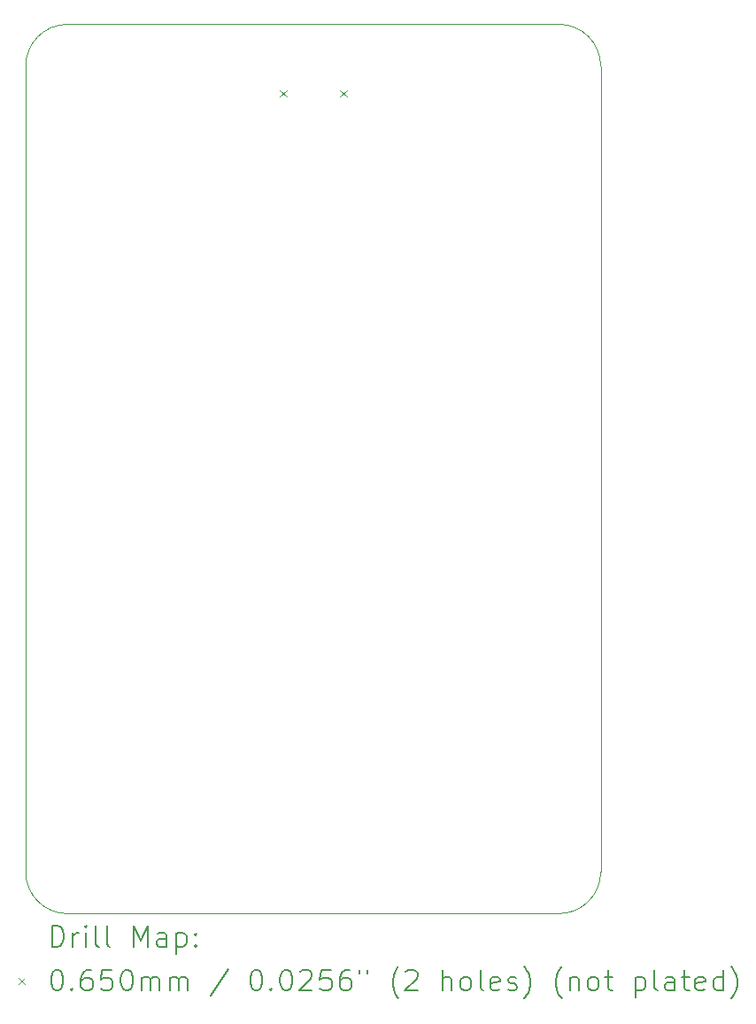
<source format=gbr>
%FSLAX45Y45*%
G04 Gerber Fmt 4.5, Leading zero omitted, Abs format (unit mm)*
G04 Created by KiCad (PCBNEW (6.0.5)) date 2024-07-23 11:03:13*
%MOMM*%
%LPD*%
G01*
G04 APERTURE LIST*
%TA.AperFunction,Profile*%
%ADD10C,0.100000*%
%TD*%
%ADD11C,0.200000*%
%ADD12C,0.065000*%
G04 APERTURE END LIST*
D10*
X17300000Y-14600000D02*
G75*
G03*
X17700000Y-14200000I0J400000D01*
G01*
X17300000Y-6100000D02*
X12600000Y-6100000D01*
X12200000Y-6500000D02*
X12200000Y-14200000D01*
X12600000Y-6100000D02*
G75*
G03*
X12200000Y-6500000I0J-400000D01*
G01*
X17700000Y-14200000D02*
X17700000Y-6500000D01*
X12200000Y-14200000D02*
G75*
G03*
X12600000Y-14600000I400000J0D01*
G01*
X12600000Y-14600000D02*
X17300000Y-14600000D01*
X17700000Y-6500000D02*
G75*
G03*
X17300000Y-6100000I-400000J0D01*
G01*
D11*
D12*
X14628500Y-6727500D02*
X14693500Y-6792500D01*
X14693500Y-6727500D02*
X14628500Y-6792500D01*
X15206500Y-6727500D02*
X15271500Y-6792500D01*
X15271500Y-6727500D02*
X15206500Y-6792500D01*
D11*
X12452619Y-14915476D02*
X12452619Y-14715476D01*
X12500238Y-14715476D01*
X12528809Y-14725000D01*
X12547857Y-14744048D01*
X12557381Y-14763095D01*
X12566905Y-14801190D01*
X12566905Y-14829762D01*
X12557381Y-14867857D01*
X12547857Y-14886905D01*
X12528809Y-14905952D01*
X12500238Y-14915476D01*
X12452619Y-14915476D01*
X12652619Y-14915476D02*
X12652619Y-14782143D01*
X12652619Y-14820238D02*
X12662143Y-14801190D01*
X12671667Y-14791667D01*
X12690714Y-14782143D01*
X12709762Y-14782143D01*
X12776428Y-14915476D02*
X12776428Y-14782143D01*
X12776428Y-14715476D02*
X12766905Y-14725000D01*
X12776428Y-14734524D01*
X12785952Y-14725000D01*
X12776428Y-14715476D01*
X12776428Y-14734524D01*
X12900238Y-14915476D02*
X12881190Y-14905952D01*
X12871667Y-14886905D01*
X12871667Y-14715476D01*
X13005000Y-14915476D02*
X12985952Y-14905952D01*
X12976428Y-14886905D01*
X12976428Y-14715476D01*
X13233571Y-14915476D02*
X13233571Y-14715476D01*
X13300238Y-14858333D01*
X13366905Y-14715476D01*
X13366905Y-14915476D01*
X13547857Y-14915476D02*
X13547857Y-14810714D01*
X13538333Y-14791667D01*
X13519286Y-14782143D01*
X13481190Y-14782143D01*
X13462143Y-14791667D01*
X13547857Y-14905952D02*
X13528809Y-14915476D01*
X13481190Y-14915476D01*
X13462143Y-14905952D01*
X13452619Y-14886905D01*
X13452619Y-14867857D01*
X13462143Y-14848809D01*
X13481190Y-14839286D01*
X13528809Y-14839286D01*
X13547857Y-14829762D01*
X13643095Y-14782143D02*
X13643095Y-14982143D01*
X13643095Y-14791667D02*
X13662143Y-14782143D01*
X13700238Y-14782143D01*
X13719286Y-14791667D01*
X13728809Y-14801190D01*
X13738333Y-14820238D01*
X13738333Y-14877381D01*
X13728809Y-14896428D01*
X13719286Y-14905952D01*
X13700238Y-14915476D01*
X13662143Y-14915476D01*
X13643095Y-14905952D01*
X13824048Y-14896428D02*
X13833571Y-14905952D01*
X13824048Y-14915476D01*
X13814524Y-14905952D01*
X13824048Y-14896428D01*
X13824048Y-14915476D01*
X13824048Y-14791667D02*
X13833571Y-14801190D01*
X13824048Y-14810714D01*
X13814524Y-14801190D01*
X13824048Y-14791667D01*
X13824048Y-14810714D01*
D12*
X12130000Y-15212500D02*
X12195000Y-15277500D01*
X12195000Y-15212500D02*
X12130000Y-15277500D01*
D11*
X12490714Y-15135476D02*
X12509762Y-15135476D01*
X12528809Y-15145000D01*
X12538333Y-15154524D01*
X12547857Y-15173571D01*
X12557381Y-15211667D01*
X12557381Y-15259286D01*
X12547857Y-15297381D01*
X12538333Y-15316428D01*
X12528809Y-15325952D01*
X12509762Y-15335476D01*
X12490714Y-15335476D01*
X12471667Y-15325952D01*
X12462143Y-15316428D01*
X12452619Y-15297381D01*
X12443095Y-15259286D01*
X12443095Y-15211667D01*
X12452619Y-15173571D01*
X12462143Y-15154524D01*
X12471667Y-15145000D01*
X12490714Y-15135476D01*
X12643095Y-15316428D02*
X12652619Y-15325952D01*
X12643095Y-15335476D01*
X12633571Y-15325952D01*
X12643095Y-15316428D01*
X12643095Y-15335476D01*
X12824048Y-15135476D02*
X12785952Y-15135476D01*
X12766905Y-15145000D01*
X12757381Y-15154524D01*
X12738333Y-15183095D01*
X12728809Y-15221190D01*
X12728809Y-15297381D01*
X12738333Y-15316428D01*
X12747857Y-15325952D01*
X12766905Y-15335476D01*
X12805000Y-15335476D01*
X12824048Y-15325952D01*
X12833571Y-15316428D01*
X12843095Y-15297381D01*
X12843095Y-15249762D01*
X12833571Y-15230714D01*
X12824048Y-15221190D01*
X12805000Y-15211667D01*
X12766905Y-15211667D01*
X12747857Y-15221190D01*
X12738333Y-15230714D01*
X12728809Y-15249762D01*
X13024048Y-15135476D02*
X12928809Y-15135476D01*
X12919286Y-15230714D01*
X12928809Y-15221190D01*
X12947857Y-15211667D01*
X12995476Y-15211667D01*
X13014524Y-15221190D01*
X13024048Y-15230714D01*
X13033571Y-15249762D01*
X13033571Y-15297381D01*
X13024048Y-15316428D01*
X13014524Y-15325952D01*
X12995476Y-15335476D01*
X12947857Y-15335476D01*
X12928809Y-15325952D01*
X12919286Y-15316428D01*
X13157381Y-15135476D02*
X13176428Y-15135476D01*
X13195476Y-15145000D01*
X13205000Y-15154524D01*
X13214524Y-15173571D01*
X13224048Y-15211667D01*
X13224048Y-15259286D01*
X13214524Y-15297381D01*
X13205000Y-15316428D01*
X13195476Y-15325952D01*
X13176428Y-15335476D01*
X13157381Y-15335476D01*
X13138333Y-15325952D01*
X13128809Y-15316428D01*
X13119286Y-15297381D01*
X13109762Y-15259286D01*
X13109762Y-15211667D01*
X13119286Y-15173571D01*
X13128809Y-15154524D01*
X13138333Y-15145000D01*
X13157381Y-15135476D01*
X13309762Y-15335476D02*
X13309762Y-15202143D01*
X13309762Y-15221190D02*
X13319286Y-15211667D01*
X13338333Y-15202143D01*
X13366905Y-15202143D01*
X13385952Y-15211667D01*
X13395476Y-15230714D01*
X13395476Y-15335476D01*
X13395476Y-15230714D02*
X13405000Y-15211667D01*
X13424048Y-15202143D01*
X13452619Y-15202143D01*
X13471667Y-15211667D01*
X13481190Y-15230714D01*
X13481190Y-15335476D01*
X13576428Y-15335476D02*
X13576428Y-15202143D01*
X13576428Y-15221190D02*
X13585952Y-15211667D01*
X13605000Y-15202143D01*
X13633571Y-15202143D01*
X13652619Y-15211667D01*
X13662143Y-15230714D01*
X13662143Y-15335476D01*
X13662143Y-15230714D02*
X13671667Y-15211667D01*
X13690714Y-15202143D01*
X13719286Y-15202143D01*
X13738333Y-15211667D01*
X13747857Y-15230714D01*
X13747857Y-15335476D01*
X14138333Y-15125952D02*
X13966905Y-15383095D01*
X14395476Y-15135476D02*
X14414524Y-15135476D01*
X14433571Y-15145000D01*
X14443095Y-15154524D01*
X14452619Y-15173571D01*
X14462143Y-15211667D01*
X14462143Y-15259286D01*
X14452619Y-15297381D01*
X14443095Y-15316428D01*
X14433571Y-15325952D01*
X14414524Y-15335476D01*
X14395476Y-15335476D01*
X14376428Y-15325952D01*
X14366905Y-15316428D01*
X14357381Y-15297381D01*
X14347857Y-15259286D01*
X14347857Y-15211667D01*
X14357381Y-15173571D01*
X14366905Y-15154524D01*
X14376428Y-15145000D01*
X14395476Y-15135476D01*
X14547857Y-15316428D02*
X14557381Y-15325952D01*
X14547857Y-15335476D01*
X14538333Y-15325952D01*
X14547857Y-15316428D01*
X14547857Y-15335476D01*
X14681190Y-15135476D02*
X14700238Y-15135476D01*
X14719286Y-15145000D01*
X14728809Y-15154524D01*
X14738333Y-15173571D01*
X14747857Y-15211667D01*
X14747857Y-15259286D01*
X14738333Y-15297381D01*
X14728809Y-15316428D01*
X14719286Y-15325952D01*
X14700238Y-15335476D01*
X14681190Y-15335476D01*
X14662143Y-15325952D01*
X14652619Y-15316428D01*
X14643095Y-15297381D01*
X14633571Y-15259286D01*
X14633571Y-15211667D01*
X14643095Y-15173571D01*
X14652619Y-15154524D01*
X14662143Y-15145000D01*
X14681190Y-15135476D01*
X14824048Y-15154524D02*
X14833571Y-15145000D01*
X14852619Y-15135476D01*
X14900238Y-15135476D01*
X14919286Y-15145000D01*
X14928809Y-15154524D01*
X14938333Y-15173571D01*
X14938333Y-15192619D01*
X14928809Y-15221190D01*
X14814524Y-15335476D01*
X14938333Y-15335476D01*
X15119286Y-15135476D02*
X15024048Y-15135476D01*
X15014524Y-15230714D01*
X15024048Y-15221190D01*
X15043095Y-15211667D01*
X15090714Y-15211667D01*
X15109762Y-15221190D01*
X15119286Y-15230714D01*
X15128809Y-15249762D01*
X15128809Y-15297381D01*
X15119286Y-15316428D01*
X15109762Y-15325952D01*
X15090714Y-15335476D01*
X15043095Y-15335476D01*
X15024048Y-15325952D01*
X15014524Y-15316428D01*
X15300238Y-15135476D02*
X15262143Y-15135476D01*
X15243095Y-15145000D01*
X15233571Y-15154524D01*
X15214524Y-15183095D01*
X15205000Y-15221190D01*
X15205000Y-15297381D01*
X15214524Y-15316428D01*
X15224048Y-15325952D01*
X15243095Y-15335476D01*
X15281190Y-15335476D01*
X15300238Y-15325952D01*
X15309762Y-15316428D01*
X15319286Y-15297381D01*
X15319286Y-15249762D01*
X15309762Y-15230714D01*
X15300238Y-15221190D01*
X15281190Y-15211667D01*
X15243095Y-15211667D01*
X15224048Y-15221190D01*
X15214524Y-15230714D01*
X15205000Y-15249762D01*
X15395476Y-15135476D02*
X15395476Y-15173571D01*
X15471667Y-15135476D02*
X15471667Y-15173571D01*
X15766905Y-15411667D02*
X15757381Y-15402143D01*
X15738333Y-15373571D01*
X15728809Y-15354524D01*
X15719286Y-15325952D01*
X15709762Y-15278333D01*
X15709762Y-15240238D01*
X15719286Y-15192619D01*
X15728809Y-15164048D01*
X15738333Y-15145000D01*
X15757381Y-15116428D01*
X15766905Y-15106905D01*
X15833571Y-15154524D02*
X15843095Y-15145000D01*
X15862143Y-15135476D01*
X15909762Y-15135476D01*
X15928809Y-15145000D01*
X15938333Y-15154524D01*
X15947857Y-15173571D01*
X15947857Y-15192619D01*
X15938333Y-15221190D01*
X15824048Y-15335476D01*
X15947857Y-15335476D01*
X16185952Y-15335476D02*
X16185952Y-15135476D01*
X16271667Y-15335476D02*
X16271667Y-15230714D01*
X16262143Y-15211667D01*
X16243095Y-15202143D01*
X16214524Y-15202143D01*
X16195476Y-15211667D01*
X16185952Y-15221190D01*
X16395476Y-15335476D02*
X16376428Y-15325952D01*
X16366905Y-15316428D01*
X16357381Y-15297381D01*
X16357381Y-15240238D01*
X16366905Y-15221190D01*
X16376428Y-15211667D01*
X16395476Y-15202143D01*
X16424048Y-15202143D01*
X16443095Y-15211667D01*
X16452619Y-15221190D01*
X16462143Y-15240238D01*
X16462143Y-15297381D01*
X16452619Y-15316428D01*
X16443095Y-15325952D01*
X16424048Y-15335476D01*
X16395476Y-15335476D01*
X16576428Y-15335476D02*
X16557381Y-15325952D01*
X16547857Y-15306905D01*
X16547857Y-15135476D01*
X16728809Y-15325952D02*
X16709762Y-15335476D01*
X16671667Y-15335476D01*
X16652619Y-15325952D01*
X16643095Y-15306905D01*
X16643095Y-15230714D01*
X16652619Y-15211667D01*
X16671667Y-15202143D01*
X16709762Y-15202143D01*
X16728809Y-15211667D01*
X16738333Y-15230714D01*
X16738333Y-15249762D01*
X16643095Y-15268809D01*
X16814524Y-15325952D02*
X16833571Y-15335476D01*
X16871667Y-15335476D01*
X16890714Y-15325952D01*
X16900238Y-15306905D01*
X16900238Y-15297381D01*
X16890714Y-15278333D01*
X16871667Y-15268809D01*
X16843095Y-15268809D01*
X16824048Y-15259286D01*
X16814524Y-15240238D01*
X16814524Y-15230714D01*
X16824048Y-15211667D01*
X16843095Y-15202143D01*
X16871667Y-15202143D01*
X16890714Y-15211667D01*
X16966905Y-15411667D02*
X16976429Y-15402143D01*
X16995476Y-15373571D01*
X17005000Y-15354524D01*
X17014524Y-15325952D01*
X17024048Y-15278333D01*
X17024048Y-15240238D01*
X17014524Y-15192619D01*
X17005000Y-15164048D01*
X16995476Y-15145000D01*
X16976429Y-15116428D01*
X16966905Y-15106905D01*
X17328810Y-15411667D02*
X17319286Y-15402143D01*
X17300238Y-15373571D01*
X17290714Y-15354524D01*
X17281190Y-15325952D01*
X17271667Y-15278333D01*
X17271667Y-15240238D01*
X17281190Y-15192619D01*
X17290714Y-15164048D01*
X17300238Y-15145000D01*
X17319286Y-15116428D01*
X17328810Y-15106905D01*
X17405000Y-15202143D02*
X17405000Y-15335476D01*
X17405000Y-15221190D02*
X17414524Y-15211667D01*
X17433571Y-15202143D01*
X17462143Y-15202143D01*
X17481190Y-15211667D01*
X17490714Y-15230714D01*
X17490714Y-15335476D01*
X17614524Y-15335476D02*
X17595476Y-15325952D01*
X17585952Y-15316428D01*
X17576429Y-15297381D01*
X17576429Y-15240238D01*
X17585952Y-15221190D01*
X17595476Y-15211667D01*
X17614524Y-15202143D01*
X17643095Y-15202143D01*
X17662143Y-15211667D01*
X17671667Y-15221190D01*
X17681190Y-15240238D01*
X17681190Y-15297381D01*
X17671667Y-15316428D01*
X17662143Y-15325952D01*
X17643095Y-15335476D01*
X17614524Y-15335476D01*
X17738333Y-15202143D02*
X17814524Y-15202143D01*
X17766905Y-15135476D02*
X17766905Y-15306905D01*
X17776429Y-15325952D01*
X17795476Y-15335476D01*
X17814524Y-15335476D01*
X18033571Y-15202143D02*
X18033571Y-15402143D01*
X18033571Y-15211667D02*
X18052619Y-15202143D01*
X18090714Y-15202143D01*
X18109762Y-15211667D01*
X18119286Y-15221190D01*
X18128810Y-15240238D01*
X18128810Y-15297381D01*
X18119286Y-15316428D01*
X18109762Y-15325952D01*
X18090714Y-15335476D01*
X18052619Y-15335476D01*
X18033571Y-15325952D01*
X18243095Y-15335476D02*
X18224048Y-15325952D01*
X18214524Y-15306905D01*
X18214524Y-15135476D01*
X18405000Y-15335476D02*
X18405000Y-15230714D01*
X18395476Y-15211667D01*
X18376429Y-15202143D01*
X18338333Y-15202143D01*
X18319286Y-15211667D01*
X18405000Y-15325952D02*
X18385952Y-15335476D01*
X18338333Y-15335476D01*
X18319286Y-15325952D01*
X18309762Y-15306905D01*
X18309762Y-15287857D01*
X18319286Y-15268809D01*
X18338333Y-15259286D01*
X18385952Y-15259286D01*
X18405000Y-15249762D01*
X18471667Y-15202143D02*
X18547857Y-15202143D01*
X18500238Y-15135476D02*
X18500238Y-15306905D01*
X18509762Y-15325952D01*
X18528810Y-15335476D01*
X18547857Y-15335476D01*
X18690714Y-15325952D02*
X18671667Y-15335476D01*
X18633571Y-15335476D01*
X18614524Y-15325952D01*
X18605000Y-15306905D01*
X18605000Y-15230714D01*
X18614524Y-15211667D01*
X18633571Y-15202143D01*
X18671667Y-15202143D01*
X18690714Y-15211667D01*
X18700238Y-15230714D01*
X18700238Y-15249762D01*
X18605000Y-15268809D01*
X18871667Y-15335476D02*
X18871667Y-15135476D01*
X18871667Y-15325952D02*
X18852619Y-15335476D01*
X18814524Y-15335476D01*
X18795476Y-15325952D01*
X18785952Y-15316428D01*
X18776429Y-15297381D01*
X18776429Y-15240238D01*
X18785952Y-15221190D01*
X18795476Y-15211667D01*
X18814524Y-15202143D01*
X18852619Y-15202143D01*
X18871667Y-15211667D01*
X18947857Y-15411667D02*
X18957381Y-15402143D01*
X18976429Y-15373571D01*
X18985952Y-15354524D01*
X18995476Y-15325952D01*
X19005000Y-15278333D01*
X19005000Y-15240238D01*
X18995476Y-15192619D01*
X18985952Y-15164048D01*
X18976429Y-15145000D01*
X18957381Y-15116428D01*
X18947857Y-15106905D01*
M02*

</source>
